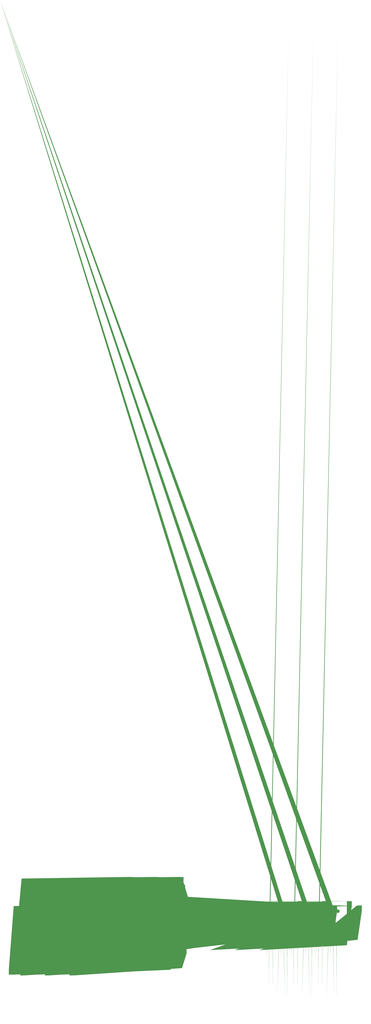
<source format=gbr>
%TF.GenerationSoftware,KiCad,Pcbnew,7.0.5-7.0.5~ubuntu20.04.1*%
%TF.CreationDate,2023-07-06T19:43:48+02:00*%
%TF.ProjectId,sao_keyboard,73616f5f-6b65-4796-926f-6172642e6b69,rev?*%
%TF.SameCoordinates,Original*%
%TF.FileFunction,Soldermask,Top*%
%TF.FilePolarity,Negative*%
%FSLAX46Y46*%
G04 Gerber Fmt 4.6, Leading zero omitted, Abs format (unit mm)*
G04 Created by KiCad (PCBNEW 7.0.5-7.0.5~ubuntu20.04.1) date 2023-07-06 19:43:48*
%MOMM*%
%LPD*%
G01*
G04 APERTURE LIST*
G04 Aperture macros list*
%AMFreePoly0*
4,1,56,1.250000,1.250000,1.250000,-7.250000,1.500000,-7.500000,2.250000,-7.500000,2.500000,-7.750000,2.500000,-13.250000,2.250000,-13.500000,-1.000000,-13.500000,-1.250000,-13.250000,-1.250000,-2.975000,-0.625000,-2.975000,-0.600000,-3.000000,-0.400000,-3.000000,-0.375000,-3.025000,-0.375000,-3.225000,-0.350000,-3.250000,0.350000,-3.250000,0.375000,-3.225000,0.375000,-3.025000,0.400000,-3.000000,
0.600000,-3.000000,0.625000,-2.975000,0.625000,-2.775000,0.600000,-2.750000,0.400000,-2.750000,0.375000,-2.775000,0.375000,-2.975000,0.350000,-3.000000,-0.350000,-3.000000,-0.375000,-2.975000,-0.375000,-1.775000,-0.350000,-1.750000,0.350000,-1.750000,0.375000,-1.775000,0.375000,-1.975000,0.400000,-2.000000,0.600000,-2.000000,0.625000,-1.975000,0.625000,-1.775000,0.600000,-1.750000,
0.400000,-1.750000,0.375000,-1.725000,0.375000,-1.525000,0.350000,-1.500000,-0.350000,-1.500000,-0.375000,-1.525000,-0.375000,-1.725000,-0.400000,-1.750000,-0.600000,-1.750000,-0.625000,-1.775000,-0.625000,-2.975000,-1.250000,-2.975000,-1.250000,1.250000,-1.000000,1.500000,1.000000,1.500000,1.250000,1.250000,1.250000,1.250000,$1*%
%AMFreePoly1*
4,1,111,1.000000,1.250000,1.000000,-6.750000,0.750000,-7.000000,-0.750000,-7.000000,-1.000000,-6.750000,-1.000000,-4.975000,-0.625000,-4.975000,-0.600000,-5.000000,-0.400000,-5.000000,-0.375000,-5.025000,-0.375000,-5.475000,-0.350000,-5.500000,-0.150000,-5.500000,-0.125000,-5.475000,-0.125000,-5.025000,-0.100000,-5.000000,0.100000,-5.000000,0.125000,-5.025000,0.125000,-5.475000,0.150000,-5.500000,
0.350000,-5.500000,0.375000,-5.475000,0.375000,-5.025000,0.400000,-5.000000,0.600000,-5.000000,0.625000,-4.975000,0.625000,-4.775000,0.600000,-4.750000,0.400000,-4.750000,0.375000,-4.725000,0.375000,-4.525000,0.400000,-4.500000,0.600000,-4.500000,0.625000,-4.475000,0.625000,-4.275000,0.600000,-4.250000,0.400000,-4.250000,0.375000,-4.225000,0.375000,-3.775000,0.350000,-3.750000,
0.150000,-3.750000,0.125000,-3.775000,0.125000,-4.225000,0.100000,-4.250000,-0.100000,-4.250000,-0.125000,-4.225000,-0.125000,-3.775000,-0.150000,-3.750000,-0.350000,-3.750000,-0.375000,-3.775000,-0.375000,-4.225000,-0.400000,-4.250000,-0.600000,-4.250000,-0.625000,-4.275000,-0.625000,-4.475000,-0.600000,-4.500000,-0.400000,-4.500000,-0.375000,-4.525000,-0.375000,-4.725000,-0.400000,-4.750000,
-0.600000,-4.750000,-0.625000,-4.775000,-0.625000,-4.975000,-1.000000,-4.975000,-1.000000,-2.975000,-0.625000,-2.975000,-0.600000,-3.000000,-0.400000,-3.000000,-0.375000,-3.025000,-0.375000,-3.225000,-0.350000,-3.250000,0.350000,-3.250000,0.375000,-3.225000,0.375000,-3.025000,0.400000,-3.000000,0.600000,-3.000000,0.625000,-2.975000,0.625000,-2.775000,0.600000,-2.750000,0.400000,-2.750000,
0.375000,-2.775000,0.375000,-2.975000,0.350000,-3.000000,-0.350000,-3.000000,-0.375000,-2.975000,-0.375000,-1.775000,-0.350000,-1.750000,0.350000,-1.750000,0.375000,-1.775000,0.375000,-1.975000,0.400000,-2.000000,0.600000,-2.000000,0.625000,-1.975000,0.625000,-1.775000,0.600000,-1.750000,0.400000,-1.750000,0.375000,-1.725000,0.375000,-1.525000,0.350000,-1.500000,-0.350000,-1.500000,
-0.375000,-1.525000,-0.375000,-1.725000,-0.400000,-1.750000,-0.600000,-1.750000,-0.625000,-1.775000,-0.625000,-2.975000,-1.000000,-2.975000,-1.000000,1.250000,-0.750000,1.500000,0.750000,1.500000,1.000000,1.250000,1.000000,1.250000,$1*%
%AMFreePoly2*
4,1,46,1.000000,1.250000,1.000000,-7.250000,1.250000,-7.500000,2.000000,-7.500000,2.250000,-7.750000,2.250000,-13.250000,2.000000,-13.500000,-2.000000,-13.500000,-2.250000,-13.250000,-2.250000,-7.750000,-2.000000,-7.500000,-1.250000,-7.500000,-1.000000,-7.250000,-1.000000,-3.225000,-0.625000,-3.225000,-0.600000,-3.250000,0.350000,-3.250000,0.375000,-3.225000,0.375000,-3.025000,0.350000,-3.000000,
-0.350000,-3.000000,-0.375000,-2.975000,0.375000,-2.975000,0.400000,-3.000000,0.600000,-3.000000,0.625000,-2.975000,0.625000,-1.775000,0.600000,-1.750000,0.400000,-1.750000,0.375000,-1.775000,0.375000,-2.975000,-0.375000,-2.975000,-0.375000,-1.775000,-0.350000,-1.750000,0.350000,-1.750000,0.375000,-1.725000,0.375000,-1.525000,0.350000,-1.500000,-0.600000,-1.500000,-0.625000,-1.525000,
-0.625000,-3.225000,-1.000000,-3.225000,-1.000000,1.250000,-0.750000,1.500000,0.750000,1.500000,1.000000,1.250000,1.000000,1.250000,$1*%
%AMFreePoly3*
4,1,97,1.000000,1.250000,1.000000,-6.750000,0.750000,-7.000000,-0.750000,-7.000000,-1.000000,-6.750000,-1.000000,-4.975000,-0.625000,-4.975000,-0.600000,-5.000000,-0.400000,-5.000000,-0.375000,-5.025000,-0.375000,-5.475000,-0.350000,-5.500000,-0.150000,-5.500000,-0.125000,-5.475000,-0.125000,-5.025000,-0.100000,-5.000000,0.100000,-5.000000,0.125000,-5.025000,0.125000,-5.475000,0.150000,-5.500000,
0.350000,-5.500000,0.375000,-5.475000,0.375000,-5.025000,0.400000,-5.000000,0.600000,-5.000000,0.625000,-4.975000,0.625000,-4.775000,0.600000,-4.750000,0.400000,-4.750000,0.375000,-4.725000,0.375000,-4.525000,0.400000,-4.500000,0.600000,-4.500000,0.625000,-4.475000,0.625000,-4.275000,0.600000,-4.250000,0.400000,-4.250000,0.375000,-4.225000,0.375000,-3.775000,0.350000,-3.750000,
0.150000,-3.750000,0.125000,-3.775000,0.125000,-4.225000,0.100000,-4.250000,-0.100000,-4.250000,-0.125000,-4.225000,-0.125000,-3.775000,-0.150000,-3.750000,-0.350000,-3.750000,-0.375000,-3.775000,-0.375000,-4.225000,-0.400000,-4.250000,-0.600000,-4.250000,-0.625000,-4.275000,-0.625000,-4.475000,-0.600000,-4.500000,-0.400000,-4.500000,-0.375000,-4.525000,-0.375000,-4.725000,-0.400000,-4.750000,
-0.600000,-4.750000,-0.625000,-4.775000,-0.625000,-4.975000,-1.000000,-4.975000,-1.000000,-3.225000,-0.625000,-3.225000,-0.600000,-3.250000,0.350000,-3.250000,0.375000,-3.225000,0.375000,-3.025000,0.350000,-3.000000,-0.350000,-3.000000,-0.375000,-2.975000,0.375000,-2.975000,0.400000,-3.000000,0.600000,-3.000000,0.625000,-2.975000,0.625000,-1.775000,0.600000,-1.750000,0.400000,-1.750000,
0.375000,-1.775000,0.375000,-2.975000,-0.375000,-2.975000,-0.375000,-1.775000,-0.350000,-1.750000,0.350000,-1.750000,0.375000,-1.725000,0.375000,-1.525000,0.350000,-1.500000,-0.600000,-1.500000,-0.625000,-1.525000,-0.625000,-3.225000,-1.000000,-3.225000,-1.000000,1.250000,-0.750000,1.500000,0.750000,1.500000,1.000000,1.250000,1.000000,1.250000,$1*%
%AMFreePoly4*
4,1,40,1.250000,1.250000,1.250000,-13.250000,1.000000,-13.500000,-2.250000,-13.500000,-2.500000,-13.250000,-2.500000,-7.750000,-2.250000,-7.500000,-1.500000,-7.500000,-1.250000,-7.250000,-1.250000,-3.225000,-0.625000,-3.225000,-0.600000,-3.250000,0.600000,-3.250000,0.625000,-3.225000,0.625000,-3.025000,0.600000,-3.000000,-0.350000,-3.000000,-0.375000,-2.975000,-0.375000,-2.525000,-0.350000,-2.500000,
0.100000,-2.500000,0.125000,-2.475000,0.125000,-2.275000,0.100000,-2.250000,-0.350000,-2.250000,-0.375000,-2.225000,-0.375000,-1.775000,-0.350000,-1.750000,0.600000,-1.750000,0.625000,-1.725000,0.625000,-1.525000,0.600000,-1.500000,-0.600000,-1.500000,-0.625000,-1.525000,-0.625000,-3.225000,-1.250000,-3.225000,-1.250000,1.250000,-1.000000,1.500000,1.000000,1.500000,1.250000,1.250000,
1.250000,1.250000,$1*%
%AMFreePoly5*
4,1,36,1.250000,1.250000,1.250000,-7.250000,1.500000,-7.500000,2.250000,-7.500000,2.500000,-7.750000,2.500000,-13.250000,2.250000,-13.500000,-1.000000,-13.500000,-1.250000,-13.250000,-1.250000,-3.225000,-0.625000,-3.225000,-0.600000,-3.250000,-0.400000,-3.250000,-0.375000,-3.225000,-0.375000,-2.525000,-0.350000,-2.500000,0.100000,-2.500000,0.125000,-2.475000,0.125000,-2.275000,0.100000,-2.250000,
-0.350000,-2.250000,-0.375000,-2.225000,-0.375000,-1.775000,-0.350000,-1.750000,0.600000,-1.750000,0.625000,-1.725000,0.625000,-1.525000,0.600000,-1.500000,-0.600000,-1.500000,-0.625000,-1.525000,-0.625000,-3.225000,-1.250000,-3.225000,-1.250000,1.250000,-1.000000,1.500000,1.000000,1.500000,1.250000,1.250000,1.250000,1.250000,$1*%
%AMFreePoly6*
4,1,91,1.000000,1.250000,1.000000,-6.750000,0.750000,-7.000000,-0.750000,-7.000000,-1.000000,-6.750000,-1.000000,-4.975000,-0.625000,-4.975000,-0.600000,-5.000000,-0.400000,-5.000000,-0.375000,-5.025000,-0.375000,-5.475000,-0.350000,-5.500000,-0.150000,-5.500000,-0.125000,-5.475000,-0.125000,-5.025000,-0.100000,-5.000000,0.100000,-5.000000,0.125000,-5.025000,0.125000,-5.475000,0.150000,-5.500000,
0.350000,-5.500000,0.375000,-5.475000,0.375000,-5.025000,0.400000,-5.000000,0.600000,-5.000000,0.625000,-4.975000,0.625000,-4.775000,0.600000,-4.750000,0.400000,-4.750000,0.375000,-4.725000,0.375000,-4.525000,0.400000,-4.500000,0.600000,-4.500000,0.625000,-4.475000,0.625000,-4.275000,0.600000,-4.250000,0.400000,-4.250000,0.375000,-4.225000,0.375000,-3.775000,0.350000,-3.750000,
0.150000,-3.750000,0.125000,-3.775000,0.125000,-4.225000,0.100000,-4.250000,-0.100000,-4.250000,-0.125000,-4.225000,-0.125000,-3.775000,-0.150000,-3.750000,-0.350000,-3.750000,-0.375000,-3.775000,-0.375000,-4.225000,-0.400000,-4.250000,-0.600000,-4.250000,-0.625000,-4.275000,-0.625000,-4.475000,-0.600000,-4.500000,-0.400000,-4.500000,-0.375000,-4.525000,-0.375000,-4.725000,-0.400000,-4.750000,
-0.600000,-4.750000,-0.625000,-4.775000,-0.625000,-4.975000,-1.000000,-4.975000,-1.000000,-3.225000,-0.625000,-3.225000,-0.600000,-3.250000,-0.400000,-3.250000,-0.375000,-3.225000,-0.375000,-2.525000,-0.350000,-2.500000,0.100000,-2.500000,0.125000,-2.475000,0.125000,-2.275000,0.100000,-2.250000,-0.350000,-2.250000,-0.375000,-2.225000,-0.375000,-1.775000,-0.350000,-1.750000,0.600000,-1.750000,
0.625000,-1.725000,0.625000,-1.525000,0.600000,-1.500000,-0.600000,-1.500000,-0.625000,-1.525000,-0.625000,-3.225000,-1.000000,-3.225000,-1.000000,1.250000,-0.750000,1.500000,0.750000,1.500000,1.000000,1.250000,1.000000,1.250000,$1*%
%AMFreePoly7*
4,1,56,1.000000,1.250000,1.000000,-7.250000,1.250000,-7.500000,2.000000,-7.500000,2.250000,-7.750000,2.250000,-13.250000,2.000000,-13.500000,-2.000000,-13.500000,-2.250000,-13.250000,-2.250000,-7.750000,-2.000000,-7.500000,-1.250000,-7.500000,-1.000000,-7.250000,-1.000000,-2.975000,-0.625000,-2.975000,-0.600000,-3.000000,-0.400000,-3.000000,-0.375000,-3.025000,-0.375000,-3.225000,-0.350000,-3.250000,
0.350000,-3.250000,0.375000,-3.225000,0.375000,-3.025000,0.400000,-3.000000,0.600000,-3.000000,0.625000,-2.975000,0.625000,-2.275000,0.600000,-2.250000,0.150000,-2.250000,0.125000,-2.275000,0.125000,-2.475000,0.150000,-2.500000,0.350000,-2.500000,0.375000,-2.525000,0.375000,-2.975000,0.350000,-3.000000,-0.350000,-3.000000,-0.375000,-2.975000,-0.375000,-1.775000,-0.350000,-1.750000,
0.600000,-1.750000,0.625000,-1.725000,0.625000,-1.525000,0.600000,-1.500000,-0.350000,-1.500000,-0.375000,-1.525000,-0.375000,-1.725000,-0.400000,-1.750000,-0.600000,-1.750000,-0.625000,-1.775000,-0.625000,-2.975000,-1.000000,-2.975000,-1.000000,1.250000,-0.750000,1.500000,0.750000,1.500000,1.000000,1.250000,1.000000,1.250000,$1*%
%AMFreePoly8*
4,1,107,1.000000,1.250000,1.000000,-6.750000,0.750000,-7.000000,-0.750000,-7.000000,-1.000000,-6.750000,-1.000000,-4.975000,-0.625000,-4.975000,-0.600000,-5.000000,-0.400000,-5.000000,-0.375000,-5.025000,-0.375000,-5.475000,-0.350000,-5.500000,-0.150000,-5.500000,-0.125000,-5.475000,-0.125000,-5.025000,-0.100000,-5.000000,0.100000,-5.000000,0.125000,-5.025000,0.125000,-5.475000,0.150000,-5.500000,
0.350000,-5.500000,0.375000,-5.475000,0.375000,-5.025000,0.400000,-5.000000,0.600000,-5.000000,0.625000,-4.975000,0.625000,-4.775000,0.600000,-4.750000,0.400000,-4.750000,0.375000,-4.725000,0.375000,-4.525000,0.400000,-4.500000,0.600000,-4.500000,0.625000,-4.475000,0.625000,-4.275000,0.600000,-4.250000,0.400000,-4.250000,0.375000,-4.225000,0.375000,-3.775000,0.350000,-3.750000,
0.150000,-3.750000,0.125000,-3.775000,0.125000,-4.225000,0.100000,-4.250000,-0.100000,-4.250000,-0.125000,-4.225000,-0.125000,-3.775000,-0.150000,-3.750000,-0.350000,-3.750000,-0.375000,-3.775000,-0.375000,-4.225000,-0.400000,-4.250000,-0.600000,-4.250000,-0.625000,-4.275000,-0.625000,-4.475000,-0.600000,-4.500000,-0.400000,-4.500000,-0.375000,-4.525000,-0.375000,-4.725000,-0.400000,-4.750000,
-0.600000,-4.750000,-0.625000,-4.775000,-0.625000,-4.975000,-1.000000,-4.975000,-1.000000,-2.975000,-0.625000,-2.975000,-0.600000,-3.000000,-0.400000,-3.000000,-0.375000,-3.025000,-0.375000,-3.225000,-0.350000,-3.250000,0.350000,-3.250000,0.375000,-3.225000,0.375000,-3.025000,0.400000,-3.000000,0.600000,-3.000000,0.625000,-2.975000,0.625000,-2.275000,0.600000,-2.250000,0.150000,-2.250000,
0.125000,-2.275000,0.125000,-2.475000,0.150000,-2.500000,0.350000,-2.500000,0.375000,-2.525000,0.375000,-2.975000,0.350000,-3.000000,-0.350000,-3.000000,-0.375000,-2.975000,-0.375000,-1.775000,-0.350000,-1.750000,0.600000,-1.750000,0.625000,-1.725000,0.625000,-1.525000,0.600000,-1.500000,-0.350000,-1.500000,-0.375000,-1.525000,-0.375000,-1.725000,-0.400000,-1.750000,-0.600000,-1.750000,
-0.625000,-1.775000,-0.625000,-2.975000,-1.000000,-2.975000,-1.000000,1.250000,-0.750000,1.500000,0.750000,1.500000,1.000000,1.250000,1.000000,1.250000,$1*%
%AMFreePoly9*
4,1,55,1.000000,1.250000,1.000000,-7.250000,1.250000,-7.500000,2.000000,-7.500000,2.250000,-7.750000,2.250000,-13.250000,2.000000,-13.500000,-2.000000,-13.500000,-2.250000,-13.250000,-2.250000,-7.750000,-2.000000,-7.500000,-1.250000,-7.500000,-1.000000,-7.250000,-1.000000,-3.225000,-0.625000,-3.225000,-0.600000,-3.250000,-0.400000,-3.250000,-0.375000,-3.225000,-0.375000,-2.525000,-0.350000,-2.500000,
0.350000,-2.500000,0.375000,-2.525000,0.375000,-3.225000,0.400000,-3.250000,0.600000,-3.250000,0.625000,-3.225000,0.625000,-1.775000,0.600000,-1.750000,0.400000,-1.750000,0.375000,-1.775000,0.375000,-2.225000,0.350000,-2.250000,-0.350000,-2.250000,-0.375000,-2.225000,-0.375000,-1.775000,-0.400000,-1.750000,-0.600000,-1.750000,-0.625000,-1.775000,-0.625000,-3.225000,-1.000000,-3.225000,
-1.000000,-1.725000,-0.375000,-1.725000,-0.350000,-1.750000,0.350000,-1.750000,0.375000,-1.725000,0.375000,-1.525000,0.350000,-1.500000,-0.350000,-1.500000,-0.375000,-1.525000,-0.375000,-1.725000,-1.000000,-1.725000,-1.000000,1.250000,-0.750000,1.500000,0.750000,1.500000,1.000000,1.250000,1.000000,1.250000,$1*%
%AMFreePoly10*
4,1,106,1.000000,1.250000,1.000000,-6.750000,0.750000,-7.000000,-0.750000,-7.000000,-1.000000,-6.750000,-1.000000,-4.975000,-0.625000,-4.975000,-0.600000,-5.000000,-0.400000,-5.000000,-0.375000,-5.025000,-0.375000,-5.475000,-0.350000,-5.500000,-0.150000,-5.500000,-0.125000,-5.475000,-0.125000,-5.025000,-0.100000,-5.000000,0.100000,-5.000000,0.125000,-5.025000,0.125000,-5.475000,0.150000,-5.500000,
0.350000,-5.500000,0.375000,-5.475000,0.375000,-5.025000,0.400000,-5.000000,0.600000,-5.000000,0.625000,-4.975000,0.625000,-4.775000,0.600000,-4.750000,0.400000,-4.750000,0.375000,-4.725000,0.375000,-4.525000,0.400000,-4.500000,0.600000,-4.500000,0.625000,-4.475000,0.625000,-4.275000,0.600000,-4.250000,0.400000,-4.250000,0.375000,-4.225000,0.375000,-3.775000,0.350000,-3.750000,
0.150000,-3.750000,0.125000,-3.775000,0.125000,-4.225000,0.100000,-4.250000,-0.100000,-4.250000,-0.125000,-4.225000,-0.125000,-3.775000,-0.150000,-3.750000,-0.350000,-3.750000,-0.375000,-3.775000,-0.375000,-4.225000,-0.400000,-4.250000,-0.600000,-4.250000,-0.625000,-4.275000,-0.625000,-4.475000,-0.600000,-4.500000,-0.400000,-4.500000,-0.375000,-4.525000,-0.375000,-4.725000,-0.400000,-4.750000,
-0.600000,-4.750000,-0.625000,-4.775000,-0.625000,-4.975000,-1.000000,-4.975000,-1.000000,-3.225000,-0.625000,-3.225000,-0.600000,-3.250000,-0.400000,-3.250000,-0.375000,-3.225000,-0.375000,-2.525000,-0.350000,-2.500000,0.350000,-2.500000,0.375000,-2.525000,0.375000,-3.225000,0.400000,-3.250000,0.600000,-3.250000,0.625000,-3.225000,0.625000,-1.775000,0.600000,-1.750000,0.400000,-1.750000,
0.375000,-1.775000,0.375000,-2.225000,0.350000,-2.250000,-0.350000,-2.250000,-0.375000,-2.225000,-0.375000,-1.775000,-0.400000,-1.750000,-0.600000,-1.750000,-0.625000,-1.775000,-0.625000,-3.225000,-1.000000,-3.225000,-1.000000,-1.725000,-0.375000,-1.725000,-0.350000,-1.750000,0.350000,-1.750000,0.375000,-1.725000,0.375000,-1.525000,0.350000,-1.500000,-0.350000,-1.500000,-0.375000,-1.525000,
-0.375000,-1.725000,-1.000000,-1.725000,-1.000000,1.250000,-0.750000,1.500000,0.750000,1.500000,1.000000,1.250000,1.000000,1.250000,$1*%
%AMFreePoly11*
4,1,60,1.250000,1.250000,1.250000,-13.250000,1.000000,-13.500000,-2.250000,-13.500000,-2.500000,-13.250000,-2.500000,-7.750000,-2.250000,-7.500000,-1.500000,-7.500000,-1.250000,-7.250000,-1.250000,-3.225000,-0.625000,-3.225000,-0.600000,-3.250000,0.350000,-3.250000,0.375000,-3.225000,0.375000,-3.025000,0.350000,-3.000000,-0.350000,-3.000000,-0.375000,-2.975000,0.375000,-2.975000,0.400000,-3.000000,
0.600000,-3.000000,0.625000,-2.975000,0.625000,-2.525000,0.600000,-2.500000,0.400000,-2.500000,0.375000,-2.525000,0.375000,-2.975000,-0.375000,-2.975000,-0.375000,-2.525000,-0.350000,-2.500000,0.350000,-2.500000,0.375000,-2.475000,0.375000,-2.275000,0.350000,-2.250000,-0.350000,-2.250000,-0.375000,-2.225000,0.375000,-2.225000,0.400000,-2.250000,0.600000,-2.250000,0.625000,-2.225000,
0.625000,-1.775000,0.600000,-1.750000,0.400000,-1.750000,0.375000,-1.775000,0.375000,-2.225000,-0.375000,-2.225000,-0.375000,-1.775000,-0.350000,-1.750000,0.350000,-1.750000,0.375000,-1.725000,0.375000,-1.525000,0.350000,-1.500000,-0.600000,-1.500000,-0.625000,-1.525000,-0.625000,-3.225000,-1.250000,-3.225000,-1.250000,1.250000,-1.000000,1.500000,1.000000,1.500000,1.250000,1.250000,
1.250000,1.250000,$1*%
G04 Aperture macros list end*
%ADD10R,1.700000X1.700000*%
%ADD11O,1.700000X1.700000*%
%ADD12FreePoly0,0.000000*%
%ADD13FreePoly1,0.000000*%
%ADD14FreePoly2,0.000000*%
%ADD15FreePoly3,0.000000*%
%ADD16FreePoly4,0.000000*%
%ADD17FreePoly5,0.000000*%
%ADD18FreePoly6,0.000000*%
%ADD19FreePoly7,0.000000*%
%ADD20FreePoly8,0.000000*%
%ADD21FreePoly9,0.000000*%
%ADD22FreePoly10,0.000000*%
%ADD23FreePoly11,0.000000*%
%ADD24R,1.500000X0.900000*%
%ADD25C,0.700000*%
%ADD26C,4.400000*%
G04 APERTURE END LIST*
%TO.C,J2*%
G36*
X131625000Y-89775000D02*
G01*
X131625000Y-90975000D01*
X131600000Y-91000000D01*
X131400000Y-91000000D01*
X131375000Y-90975000D01*
X131375000Y-89775000D01*
X131400000Y-89750000D01*
X131600000Y-89750000D01*
X131625000Y-89775000D01*
G37*
G36*
X134125000Y-89775000D02*
G01*
X134125000Y-90975000D01*
X134100000Y-91000000D01*
X133900000Y-91000000D01*
X133875000Y-90975000D01*
X133875000Y-89775000D01*
X133900000Y-89750000D01*
X134100000Y-89750000D01*
X134125000Y-89775000D01*
G37*
G36*
X149875000Y-89525000D02*
G01*
X149875000Y-89725000D01*
X149850000Y-89750000D01*
X149150000Y-89750000D01*
X149125000Y-89725000D01*
X149125000Y-89525000D01*
X149150000Y-89500000D01*
X149850000Y-89500000D01*
X149875000Y-89525000D01*
G37*
G36*
X152375000Y-89525000D02*
G01*
X152375000Y-89725000D01*
X152350000Y-89750000D01*
X151650000Y-89750000D01*
X151625000Y-89725000D01*
X151625000Y-89525000D01*
X151650000Y-89500000D01*
X152350000Y-89500000D01*
X152375000Y-89525000D01*
G37*
G36*
X155375000Y-89775000D02*
G01*
X155375000Y-90225000D01*
X155350000Y-90250000D01*
X155150000Y-90250000D01*
X155125000Y-90225000D01*
X155125000Y-89775000D01*
X155150000Y-89750000D01*
X155350000Y-89750000D01*
X155375000Y-89775000D01*
G37*
G36*
X155375000Y-90525000D02*
G01*
X155375000Y-90975000D01*
X155350000Y-91000000D01*
X155150000Y-91000000D01*
X155125000Y-90975000D01*
X155125000Y-90525000D01*
X155150000Y-90500000D01*
X155350000Y-90500000D01*
X155375000Y-90525000D01*
G37*
G36*
X131375000Y-89525000D02*
G01*
X131375000Y-89725000D01*
X131350000Y-89750000D01*
X130650000Y-89750000D01*
X130625000Y-89775000D01*
X130625000Y-90975000D01*
X130650000Y-91000000D01*
X131350000Y-91000000D01*
X131375000Y-91025000D01*
X131375000Y-91225000D01*
X131350000Y-91250000D01*
X130400000Y-91250000D01*
X130375000Y-91225000D01*
X130375000Y-89525000D01*
X130400000Y-89500000D01*
X131350000Y-89500000D01*
X131375000Y-89525000D01*
G37*
G36*
X133875000Y-89525000D02*
G01*
X133875000Y-89725000D01*
X133850000Y-89750000D01*
X133150000Y-89750000D01*
X133125000Y-89775000D01*
X133125000Y-90975000D01*
X133150000Y-91000000D01*
X133850000Y-91000000D01*
X133875000Y-91025000D01*
X133875000Y-91225000D01*
X133850000Y-91250000D01*
X132900000Y-91250000D01*
X132875000Y-91225000D01*
X132875000Y-89525000D01*
X132900000Y-89500000D01*
X133850000Y-89500000D01*
X133875000Y-89525000D01*
G37*
G36*
X139875000Y-89525000D02*
G01*
X139875000Y-89725000D01*
X139850000Y-89750000D01*
X138900000Y-89750000D01*
X138875000Y-89775000D01*
X138875000Y-90225000D01*
X138900000Y-90250000D01*
X139350000Y-90250000D01*
X139375000Y-90275000D01*
X139375000Y-90475000D01*
X139350000Y-90500000D01*
X138900000Y-90500000D01*
X138875000Y-90525000D01*
X138875000Y-90975000D01*
X138875000Y-91225000D01*
X138850000Y-91250000D01*
X138650000Y-91250000D01*
X138625000Y-91225000D01*
X138625000Y-89525000D01*
X138650000Y-89500000D01*
X139850000Y-89500000D01*
X139875000Y-89525000D01*
G37*
G36*
X142625000Y-89525000D02*
G01*
X142625000Y-89725000D01*
X142600000Y-89750000D01*
X141650000Y-89750000D01*
X141625000Y-89775000D01*
X141625000Y-90225000D01*
X141650000Y-90250000D01*
X142100000Y-90250000D01*
X142125000Y-90275000D01*
X142125000Y-90475000D01*
X142100000Y-90500000D01*
X141650000Y-90500000D01*
X141625000Y-90525000D01*
X141625000Y-90975000D01*
X141625000Y-91225000D01*
X141600000Y-91250000D01*
X141400000Y-91250000D01*
X141375000Y-91225000D01*
X141375000Y-89525000D01*
X141400000Y-89500000D01*
X142600000Y-89500000D01*
X142625000Y-89525000D01*
G37*
G36*
X136875000Y-89525000D02*
G01*
X136875000Y-89725000D01*
X136850000Y-89750000D01*
X135900000Y-89750000D01*
X135875000Y-89775000D01*
X135875000Y-90225000D01*
X135900000Y-90250000D01*
X136350000Y-90250000D01*
X136375000Y-90275000D01*
X136375000Y-90475000D01*
X136350000Y-90500000D01*
X135900000Y-90500000D01*
X135875000Y-90525000D01*
X135875000Y-90975000D01*
X135900000Y-91000000D01*
X136850000Y-91000000D01*
X136875000Y-91025000D01*
X136875000Y-91225000D01*
X136850000Y-91250000D01*
X135650000Y-91250000D01*
X135625000Y-91225000D01*
X135625000Y-89525000D01*
X135650000Y-89500000D01*
X136850000Y-89500000D01*
X136875000Y-89525000D01*
G37*
G36*
X149125000Y-89775000D02*
G01*
X149125000Y-90225000D01*
X149150000Y-90250000D01*
X149850000Y-90250000D01*
X149875000Y-90225000D01*
X149875000Y-89775000D01*
X149900000Y-89750000D01*
X150100000Y-89750000D01*
X150125000Y-89775000D01*
X150125000Y-91225000D01*
X150100000Y-91250000D01*
X149900000Y-91250000D01*
X149875000Y-91225000D01*
X149875000Y-90525000D01*
X149850000Y-90500000D01*
X149150000Y-90500000D01*
X149125000Y-90525000D01*
X149125000Y-91225000D01*
X149100000Y-91250000D01*
X148900000Y-91250000D01*
X148875000Y-91225000D01*
X148875000Y-89775000D01*
X148900000Y-89750000D01*
X149100000Y-89750000D01*
X149125000Y-89775000D01*
G37*
G36*
X151625000Y-89775000D02*
G01*
X151625000Y-90225000D01*
X151650000Y-90250000D01*
X152350000Y-90250000D01*
X152375000Y-90225000D01*
X152375000Y-89775000D01*
X152400000Y-89750000D01*
X152600000Y-89750000D01*
X152625000Y-89775000D01*
X152625000Y-91225000D01*
X152600000Y-91250000D01*
X152400000Y-91250000D01*
X152375000Y-91225000D01*
X152375000Y-90525000D01*
X152350000Y-90500000D01*
X151650000Y-90500000D01*
X151625000Y-90525000D01*
X151625000Y-91225000D01*
X151600000Y-91250000D01*
X151400000Y-91250000D01*
X151375000Y-91225000D01*
X151375000Y-89775000D01*
X151400000Y-89750000D01*
X151600000Y-89750000D01*
X151625000Y-89775000D01*
G37*
G36*
X155125000Y-89525000D02*
G01*
X155125000Y-89725000D01*
X155100000Y-89750000D01*
X154400000Y-89750000D01*
X154375000Y-89775000D01*
X154375000Y-90225000D01*
X154400000Y-90250000D01*
X155100000Y-90250000D01*
X155125000Y-90275000D01*
X155125000Y-90475000D01*
X155100000Y-90500000D01*
X154400000Y-90500000D01*
X154375000Y-90525000D01*
X154375000Y-90975000D01*
X154400000Y-91000000D01*
X155100000Y-91000000D01*
X155125000Y-91025000D01*
X155125000Y-91225000D01*
X155100000Y-91250000D01*
X154150000Y-91250000D01*
X154125000Y-91225000D01*
X154125000Y-89525000D01*
X154150000Y-89500000D01*
X155100000Y-89500000D01*
X155125000Y-89525000D01*
G37*
G36*
X145125000Y-89525000D02*
G01*
X145125000Y-89725000D01*
X145100000Y-89750000D01*
X144150000Y-89750000D01*
X144125000Y-89775000D01*
X144125000Y-90975000D01*
X144150000Y-91000000D01*
X144850000Y-91000000D01*
X144875000Y-90975000D01*
X144875000Y-90525000D01*
X144850000Y-90500000D01*
X144650000Y-90500000D01*
X144625000Y-90475000D01*
X144625000Y-90275000D01*
X144650000Y-90250000D01*
X145100000Y-90250000D01*
X145125000Y-90275000D01*
X145125000Y-90975000D01*
X145100000Y-91000000D01*
X144900000Y-91000000D01*
X144875000Y-91025000D01*
X144875000Y-91225000D01*
X144850000Y-91250000D01*
X144150000Y-91250000D01*
X144125000Y-91225000D01*
X144125000Y-91025000D01*
X144100000Y-91000000D01*
X143900000Y-91000000D01*
X143875000Y-90975000D01*
X143875000Y-89775000D01*
X143900000Y-89750000D01*
X144100000Y-89750000D01*
X144125000Y-89725000D01*
X144125000Y-89525000D01*
X144150000Y-89500000D01*
X145100000Y-89500000D01*
X145125000Y-89525000D01*
G37*
G36*
X147625000Y-89525000D02*
G01*
X147625000Y-89725000D01*
X147600000Y-89750000D01*
X146650000Y-89750000D01*
X146625000Y-89775000D01*
X146625000Y-90975000D01*
X146650000Y-91000000D01*
X147350000Y-91000000D01*
X147375000Y-90975000D01*
X147375000Y-90525000D01*
X147350000Y-90500000D01*
X147150000Y-90500000D01*
X147125000Y-90475000D01*
X147125000Y-90275000D01*
X147150000Y-90250000D01*
X147600000Y-90250000D01*
X147625000Y-90275000D01*
X147625000Y-90975000D01*
X147600000Y-91000000D01*
X147400000Y-91000000D01*
X147375000Y-91025000D01*
X147375000Y-91225000D01*
X147350000Y-91250000D01*
X146650000Y-91250000D01*
X146625000Y-91225000D01*
X146625000Y-91025000D01*
X146600000Y-91000000D01*
X146400000Y-91000000D01*
X146375000Y-90975000D01*
X146375000Y-89775000D01*
X146400000Y-89750000D01*
X146600000Y-89750000D01*
X146625000Y-89725000D01*
X146625000Y-89525000D01*
X146650000Y-89500000D01*
X147600000Y-89500000D01*
X147625000Y-89525000D01*
G37*
G36*
X126125000Y-89525000D02*
G01*
X126125000Y-89725000D01*
X126150000Y-89750000D01*
X126350000Y-89750000D01*
X126375000Y-89775000D01*
X126375000Y-89975000D01*
X126350000Y-90000000D01*
X126150000Y-90000000D01*
X126125000Y-89975000D01*
X126125000Y-89775000D01*
X126100000Y-89750000D01*
X125400000Y-89750000D01*
X125375000Y-89775000D01*
X125375000Y-90975000D01*
X125400000Y-91000000D01*
X126100000Y-91000000D01*
X126125000Y-90975000D01*
X126125000Y-90775000D01*
X126150000Y-90750000D01*
X126350000Y-90750000D01*
X126375000Y-90775000D01*
X126375000Y-90975000D01*
X126350000Y-91000000D01*
X126150000Y-91000000D01*
X126125000Y-91025000D01*
X126125000Y-91225000D01*
X126100000Y-91250000D01*
X125400000Y-91250000D01*
X125375000Y-91225000D01*
X125375000Y-91025000D01*
X125350000Y-91000000D01*
X125150000Y-91000000D01*
X125125000Y-90975000D01*
X125125000Y-89775000D01*
X125150000Y-89750000D01*
X125350000Y-89750000D01*
X125375000Y-89725000D01*
X125375000Y-89525000D01*
X125400000Y-89500000D01*
X126100000Y-89500000D01*
X126125000Y-89525000D01*
G37*
G36*
X128875000Y-89525000D02*
G01*
X128875000Y-89725000D01*
X128900000Y-89750000D01*
X129100000Y-89750000D01*
X129125000Y-89775000D01*
X129125000Y-89975000D01*
X129100000Y-90000000D01*
X128900000Y-90000000D01*
X128875000Y-89975000D01*
X128875000Y-89775000D01*
X128850000Y-89750000D01*
X128150000Y-89750000D01*
X128125000Y-89775000D01*
X128125000Y-90975000D01*
X128150000Y-91000000D01*
X128850000Y-91000000D01*
X128875000Y-90975000D01*
X128875000Y-90775000D01*
X128900000Y-90750000D01*
X129100000Y-90750000D01*
X129125000Y-90775000D01*
X129125000Y-90975000D01*
X129100000Y-91000000D01*
X128900000Y-91000000D01*
X128875000Y-91025000D01*
X128875000Y-91225000D01*
X128850000Y-91250000D01*
X128150000Y-91250000D01*
X128125000Y-91225000D01*
X128125000Y-91025000D01*
X128100000Y-91000000D01*
X127900000Y-91000000D01*
X127875000Y-90975000D01*
X127875000Y-89775000D01*
X127900000Y-89750000D01*
X128100000Y-89750000D01*
X128125000Y-89725000D01*
X128125000Y-89525000D01*
X128150000Y-89500000D01*
X128850000Y-89500000D01*
X128875000Y-89525000D01*
G37*
G36*
X128375000Y-91775000D02*
G01*
X128375000Y-92225000D01*
X128400000Y-92250000D01*
X128600000Y-92250000D01*
X128625000Y-92225000D01*
X128625000Y-91775000D01*
X128650000Y-91750000D01*
X128850000Y-91750000D01*
X128875000Y-91775000D01*
X128875000Y-92225000D01*
X128900000Y-92250000D01*
X129100000Y-92250000D01*
X129125000Y-92275000D01*
X129125000Y-92475000D01*
X129100000Y-92500000D01*
X128900000Y-92500000D01*
X128875000Y-92525000D01*
X128875000Y-92725000D01*
X128900000Y-92750000D01*
X129100000Y-92750000D01*
X129125000Y-92775000D01*
X129125000Y-92975000D01*
X129100000Y-93000000D01*
X128900000Y-93000000D01*
X128875000Y-93025000D01*
X128875000Y-93475000D01*
X128850000Y-93500000D01*
X128650000Y-93500000D01*
X128625000Y-93475000D01*
X128625000Y-93025000D01*
X128600000Y-93000000D01*
X128400000Y-93000000D01*
X128375000Y-93025000D01*
X128375000Y-93475000D01*
X128350000Y-93500000D01*
X128150000Y-93500000D01*
X128125000Y-93475000D01*
X128125000Y-93025000D01*
X128100000Y-93000000D01*
X127900000Y-93000000D01*
X127875000Y-92975000D01*
X127875000Y-92775000D01*
X127900000Y-92750000D01*
X128100000Y-92750000D01*
X128125000Y-92725000D01*
X128125000Y-92525000D01*
X128100000Y-92500000D01*
X127900000Y-92500000D01*
X127875000Y-92475000D01*
X127875000Y-92275000D01*
X127900000Y-92250000D01*
X128100000Y-92250000D01*
X128125000Y-92225000D01*
X128125000Y-91775000D01*
X128150000Y-91750000D01*
X128350000Y-91750000D01*
X128375000Y-91775000D01*
G37*
G36*
X133375000Y-91775000D02*
G01*
X133375000Y-92225000D01*
X133400000Y-92250000D01*
X133600000Y-92250000D01*
X133625000Y-92225000D01*
X133625000Y-91775000D01*
X133650000Y-91750000D01*
X133850000Y-91750000D01*
X133875000Y-91775000D01*
X133875000Y-92225000D01*
X133900000Y-92250000D01*
X134100000Y-92250000D01*
X134125000Y-92275000D01*
X134125000Y-92475000D01*
X134100000Y-92500000D01*
X133900000Y-92500000D01*
X133875000Y-92525000D01*
X133875000Y-92725000D01*
X133900000Y-92750000D01*
X134100000Y-92750000D01*
X134125000Y-92775000D01*
X134125000Y-92975000D01*
X134100000Y-93000000D01*
X133900000Y-93000000D01*
X133875000Y-93025000D01*
X133875000Y-93475000D01*
X133850000Y-93500000D01*
X133650000Y-93500000D01*
X133625000Y-93475000D01*
X133625000Y-93025000D01*
X133600000Y-93000000D01*
X133400000Y-93000000D01*
X133375000Y-93025000D01*
X133375000Y-93475000D01*
X133350000Y-93500000D01*
X133150000Y-93500000D01*
X133125000Y-93475000D01*
X133125000Y-93025000D01*
X133100000Y-93000000D01*
X132900000Y-93000000D01*
X132875000Y-92975000D01*
X132875000Y-92775000D01*
X132900000Y-92750000D01*
X133100000Y-92750000D01*
X133125000Y-92725000D01*
X133125000Y-92525000D01*
X133100000Y-92500000D01*
X132900000Y-92500000D01*
X132875000Y-92475000D01*
X132875000Y-92275000D01*
X132900000Y-92250000D01*
X133100000Y-92250000D01*
X133125000Y-92225000D01*
X133125000Y-91775000D01*
X133150000Y-91750000D01*
X133350000Y-91750000D01*
X133375000Y-91775000D01*
G37*
G36*
X141875000Y-91775000D02*
G01*
X141875000Y-92225000D01*
X141900000Y-92250000D01*
X142100000Y-92250000D01*
X142125000Y-92225000D01*
X142125000Y-91775000D01*
X142150000Y-91750000D01*
X142350000Y-91750000D01*
X142375000Y-91775000D01*
X142375000Y-92225000D01*
X142400000Y-92250000D01*
X142600000Y-92250000D01*
X142625000Y-92275000D01*
X142625000Y-92475000D01*
X142600000Y-92500000D01*
X142400000Y-92500000D01*
X142375000Y-92525000D01*
X142375000Y-92725000D01*
X142400000Y-92750000D01*
X142600000Y-92750000D01*
X142625000Y-92775000D01*
X142625000Y-92975000D01*
X142600000Y-93000000D01*
X142400000Y-93000000D01*
X142375000Y-93025000D01*
X142375000Y-93475000D01*
X142350000Y-93500000D01*
X142150000Y-93500000D01*
X142125000Y-93475000D01*
X142125000Y-93025000D01*
X142100000Y-93000000D01*
X141900000Y-93000000D01*
X141875000Y-93025000D01*
X141875000Y-93475000D01*
X141850000Y-93500000D01*
X141650000Y-93500000D01*
X141625000Y-93475000D01*
X141625000Y-93025000D01*
X141600000Y-93000000D01*
X141400000Y-93000000D01*
X141375000Y-92975000D01*
X141375000Y-92775000D01*
X141400000Y-92750000D01*
X141600000Y-92750000D01*
X141625000Y-92725000D01*
X141625000Y-92525000D01*
X141600000Y-92500000D01*
X141400000Y-92500000D01*
X141375000Y-92475000D01*
X141375000Y-92275000D01*
X141400000Y-92250000D01*
X141600000Y-92250000D01*
X141625000Y-92225000D01*
X141625000Y-91775000D01*
X141650000Y-91750000D01*
X141850000Y-91750000D01*
X141875000Y-91775000D01*
G37*
G36*
X146875000Y-91775000D02*
G01*
X146875000Y-92225000D01*
X146900000Y-92250000D01*
X147100000Y-92250000D01*
X147125000Y-92225000D01*
X147125000Y-91775000D01*
X147150000Y-91750000D01*
X147350000Y-91750000D01*
X147375000Y-91775000D01*
X147375000Y-92225000D01*
X147400000Y-92250000D01*
X147600000Y-92250000D01*
X147625000Y-92275000D01*
X147625000Y-92475000D01*
X147600000Y-92500000D01*
X147400000Y-92500000D01*
X147375000Y-92525000D01*
X147375000Y-92725000D01*
X147400000Y-92750000D01*
X147600000Y-92750000D01*
X147625000Y-92775000D01*
X147625000Y-92975000D01*
X147600000Y-93000000D01*
X147400000Y-93000000D01*
X147375000Y-93025000D01*
X147375000Y-93475000D01*
X147350000Y-93500000D01*
X147150000Y-93500000D01*
X147125000Y-93475000D01*
X147125000Y-93025000D01*
X147100000Y-93000000D01*
X146900000Y-93000000D01*
X146875000Y-93025000D01*
X146875000Y-93475000D01*
X146850000Y-93500000D01*
X146650000Y-93500000D01*
X146625000Y-93475000D01*
X146625000Y-93025000D01*
X146600000Y-93000000D01*
X146400000Y-93000000D01*
X146375000Y-92975000D01*
X146375000Y-92775000D01*
X146400000Y-92750000D01*
X146600000Y-92750000D01*
X146625000Y-92725000D01*
X146625000Y-92525000D01*
X146600000Y-92500000D01*
X146400000Y-92500000D01*
X146375000Y-92475000D01*
X146375000Y-92275000D01*
X146400000Y-92250000D01*
X146600000Y-92250000D01*
X146625000Y-92225000D01*
X146625000Y-91775000D01*
X146650000Y-91750000D01*
X146850000Y-91750000D01*
X146875000Y-91775000D01*
G37*
G36*
X151875000Y-91775000D02*
G01*
X151875000Y-92225000D01*
X151900000Y-92250000D01*
X152100000Y-92250000D01*
X152125000Y-92225000D01*
X152125000Y-91775000D01*
X152150000Y-91750000D01*
X152350000Y-91750000D01*
X152375000Y-91775000D01*
X152375000Y-92225000D01*
X152400000Y-92250000D01*
X152600000Y-92250000D01*
X152625000Y-92275000D01*
X152625000Y-92475000D01*
X152600000Y-92500000D01*
X152400000Y-92500000D01*
X152375000Y-92525000D01*
X152375000Y-92725000D01*
X152400000Y-92750000D01*
X152600000Y-92750000D01*
X152625000Y-92775000D01*
X152625000Y-92975000D01*
X152600000Y-93000000D01*
X152400000Y-93000000D01*
X152375000Y-93025000D01*
X152375000Y-93475000D01*
X152350000Y-93500000D01*
X152150000Y-93500000D01*
X152125000Y-93475000D01*
X152125000Y-93025000D01*
X152100000Y-93000000D01*
X151900000Y-93000000D01*
X151875000Y-93025000D01*
X151875000Y-93475000D01*
X151850000Y-93500000D01*
X151650000Y-93500000D01*
X151625000Y-93475000D01*
X151625000Y-93025000D01*
X151600000Y-93000000D01*
X151400000Y-93000000D01*
X151375000Y-92975000D01*
X151375000Y-92775000D01*
X151400000Y-92750000D01*
X151600000Y-92750000D01*
X151625000Y-92725000D01*
X151625000Y-92525000D01*
X151600000Y-92500000D01*
X151400000Y-92500000D01*
X151375000Y-92475000D01*
X151375000Y-92275000D01*
X151400000Y-92250000D01*
X151600000Y-92250000D01*
X151625000Y-92225000D01*
X151625000Y-91775000D01*
X151650000Y-91750000D01*
X151850000Y-91750000D01*
X151875000Y-91775000D01*
G37*
%TO.C,J1*%
G36*
X99625000Y-89775000D02*
G01*
X99625000Y-90975000D01*
X99600000Y-91000000D01*
X99400000Y-91000000D01*
X99375000Y-90975000D01*
X99375000Y-89775000D01*
X99400000Y-89750000D01*
X99600000Y-89750000D01*
X99625000Y-89775000D01*
G37*
G36*
X102125000Y-89775000D02*
G01*
X102125000Y-90975000D01*
X102100000Y-91000000D01*
X101900000Y-91000000D01*
X101875000Y-90975000D01*
X101875000Y-89775000D01*
X101900000Y-89750000D01*
X102100000Y-89750000D01*
X102125000Y-89775000D01*
G37*
G36*
X117875000Y-89525000D02*
G01*
X117875000Y-89725000D01*
X117850000Y-89750000D01*
X117150000Y-89750000D01*
X117125000Y-89725000D01*
X117125000Y-89525000D01*
X117150000Y-89500000D01*
X117850000Y-89500000D01*
X117875000Y-89525000D01*
G37*
G36*
X120375000Y-89525000D02*
G01*
X120375000Y-89725000D01*
X120350000Y-89750000D01*
X119650000Y-89750000D01*
X119625000Y-89725000D01*
X119625000Y-89525000D01*
X119650000Y-89500000D01*
X120350000Y-89500000D01*
X120375000Y-89525000D01*
G37*
G36*
X123375000Y-89775000D02*
G01*
X123375000Y-90225000D01*
X123350000Y-90250000D01*
X123150000Y-90250000D01*
X123125000Y-90225000D01*
X123125000Y-89775000D01*
X123150000Y-89750000D01*
X123350000Y-89750000D01*
X123375000Y-89775000D01*
G37*
G36*
X123375000Y-90525000D02*
G01*
X123375000Y-90975000D01*
X123350000Y-91000000D01*
X123150000Y-91000000D01*
X123125000Y-90975000D01*
X123125000Y-90525000D01*
X123150000Y-90500000D01*
X123350000Y-90500000D01*
X123375000Y-90525000D01*
G37*
G36*
X99375000Y-89525000D02*
G01*
X99375000Y-89725000D01*
X99350000Y-89750000D01*
X98650000Y-89750000D01*
X98625000Y-89775000D01*
X98625000Y-90975000D01*
X98650000Y-91000000D01*
X99350000Y-91000000D01*
X99375000Y-91025000D01*
X99375000Y-91225000D01*
X99350000Y-91250000D01*
X98400000Y-91250000D01*
X98375000Y-91225000D01*
X98375000Y-89525000D01*
X98400000Y-89500000D01*
X99350000Y-89500000D01*
X99375000Y-89525000D01*
G37*
G36*
X101875000Y-89525000D02*
G01*
X101875000Y-89725000D01*
X101850000Y-89750000D01*
X101150000Y-89750000D01*
X101125000Y-89775000D01*
X101125000Y-90975000D01*
X101150000Y-91000000D01*
X101850000Y-91000000D01*
X101875000Y-91025000D01*
X101875000Y-91225000D01*
X101850000Y-91250000D01*
X100900000Y-91250000D01*
X100875000Y-91225000D01*
X100875000Y-89525000D01*
X100900000Y-89500000D01*
X101850000Y-89500000D01*
X101875000Y-89525000D01*
G37*
G36*
X107875000Y-89525000D02*
G01*
X107875000Y-89725000D01*
X107850000Y-89750000D01*
X106900000Y-89750000D01*
X106875000Y-89775000D01*
X106875000Y-90225000D01*
X106900000Y-90250000D01*
X107350000Y-90250000D01*
X107375000Y-90275000D01*
X107375000Y-90475000D01*
X107350000Y-90500000D01*
X106900000Y-90500000D01*
X106875000Y-90525000D01*
X106875000Y-90975000D01*
X106875000Y-91225000D01*
X106850000Y-91250000D01*
X106650000Y-91250000D01*
X106625000Y-91225000D01*
X106625000Y-89525000D01*
X106650000Y-89500000D01*
X107850000Y-89500000D01*
X107875000Y-89525000D01*
G37*
G36*
X110625000Y-89525000D02*
G01*
X110625000Y-89725000D01*
X110600000Y-89750000D01*
X109650000Y-89750000D01*
X109625000Y-89775000D01*
X109625000Y-90225000D01*
X109650000Y-90250000D01*
X110100000Y-90250000D01*
X110125000Y-90275000D01*
X110125000Y-90475000D01*
X110100000Y-90500000D01*
X109650000Y-90500000D01*
X109625000Y-90525000D01*
X109625000Y-90975000D01*
X109625000Y-91225000D01*
X109600000Y-91250000D01*
X109400000Y-91250000D01*
X109375000Y-91225000D01*
X109375000Y-89525000D01*
X109400000Y-89500000D01*
X110600000Y-89500000D01*
X110625000Y-89525000D01*
G37*
G36*
X104875000Y-89525000D02*
G01*
X104875000Y-89725000D01*
X104850000Y-89750000D01*
X103900000Y-89750000D01*
X103875000Y-89775000D01*
X103875000Y-90225000D01*
X103900000Y-90250000D01*
X104350000Y-90250000D01*
X104375000Y-90275000D01*
X104375000Y-90475000D01*
X104350000Y-90500000D01*
X103900000Y-90500000D01*
X103875000Y-90525000D01*
X103875000Y-90975000D01*
X103900000Y-91000000D01*
X104850000Y-91000000D01*
X104875000Y-91025000D01*
X104875000Y-91225000D01*
X104850000Y-91250000D01*
X103650000Y-91250000D01*
X103625000Y-91225000D01*
X103625000Y-89525000D01*
X103650000Y-89500000D01*
X104850000Y-89500000D01*
X104875000Y-89525000D01*
G37*
G36*
X117125000Y-89775000D02*
G01*
X117125000Y-90225000D01*
X117150000Y-90250000D01*
X117850000Y-90250000D01*
X117875000Y-90225000D01*
X117875000Y-89775000D01*
X117900000Y-89750000D01*
X118100000Y-89750000D01*
X118125000Y-89775000D01*
X118125000Y-91225000D01*
X118100000Y-91250000D01*
X117900000Y-91250000D01*
X117875000Y-91225000D01*
X117875000Y-90525000D01*
X117850000Y-90500000D01*
X117150000Y-90500000D01*
X117125000Y-90525000D01*
X117125000Y-91225000D01*
X117100000Y-91250000D01*
X116900000Y-91250000D01*
X116875000Y-91225000D01*
X116875000Y-89775000D01*
X116900000Y-89750000D01*
X117100000Y-89750000D01*
X117125000Y-89775000D01*
G37*
G36*
X119625000Y-89775000D02*
G01*
X119625000Y-90225000D01*
X119650000Y-90250000D01*
X120350000Y-90250000D01*
X120375000Y-90225000D01*
X120375000Y-89775000D01*
X120400000Y-89750000D01*
X120600000Y-89750000D01*
X120625000Y-89775000D01*
X120625000Y-91225000D01*
X120600000Y-91250000D01*
X120400000Y-91250000D01*
X120375000Y-91225000D01*
X120375000Y-90525000D01*
X120350000Y-90500000D01*
X119650000Y-90500000D01*
X119625000Y-90525000D01*
X119625000Y-91225000D01*
X119600000Y-91250000D01*
X119400000Y-91250000D01*
X119375000Y-91225000D01*
X119375000Y-89775000D01*
X119400000Y-89750000D01*
X119600000Y-89750000D01*
X119625000Y-89775000D01*
G37*
G36*
X123125000Y-89525000D02*
G01*
X123125000Y-89725000D01*
X123100000Y-89750000D01*
X122400000Y-89750000D01*
X122375000Y-89775000D01*
X122375000Y-90225000D01*
X122400000Y-90250000D01*
X123100000Y-90250000D01*
X123125000Y-90275000D01*
X123125000Y-90475000D01*
X123100000Y-90500000D01*
X122400000Y-90500000D01*
X122375000Y-90525000D01*
X122375000Y-90975000D01*
X122400000Y-91000000D01*
X123100000Y-91000000D01*
X123125000Y-91025000D01*
X123125000Y-91225000D01*
X123100000Y-91250000D01*
X122150000Y-91250000D01*
X122125000Y-91225000D01*
X122125000Y-89525000D01*
X122150000Y-89500000D01*
X123100000Y-89500000D01*
X123125000Y-89525000D01*
G37*
G36*
X113125000Y-89525000D02*
G01*
X113125000Y-89725000D01*
X113100000Y-89750000D01*
X112150000Y-89750000D01*
X112125000Y-89775000D01*
X112125000Y-90975000D01*
X112150000Y-91000000D01*
X112850000Y-91000000D01*
X112875000Y-90975000D01*
X112875000Y-90525000D01*
X112850000Y-90500000D01*
X112650000Y-90500000D01*
X112625000Y-90475000D01*
X112625000Y-90275000D01*
X112650000Y-90250000D01*
X113100000Y-90250000D01*
X113125000Y-90275000D01*
X113125000Y-90975000D01*
X113100000Y-91000000D01*
X112900000Y-91000000D01*
X112875000Y-91025000D01*
X112875000Y-91225000D01*
X112850000Y-91250000D01*
X112150000Y-91250000D01*
X112125000Y-91225000D01*
X112125000Y-91025000D01*
X112100000Y-91000000D01*
X111900000Y-91000000D01*
X111875000Y-90975000D01*
X111875000Y-89775000D01*
X111900000Y-89750000D01*
X112100000Y-89750000D01*
X112125000Y-89725000D01*
X112125000Y-89525000D01*
X112150000Y-89500000D01*
X113100000Y-89500000D01*
X113125000Y-89525000D01*
G37*
G36*
X115625000Y-89525000D02*
G01*
X115625000Y-89725000D01*
X115600000Y-89750000D01*
X114650000Y-89750000D01*
X114625000Y-89775000D01*
X114625000Y-90975000D01*
X114650000Y-91000000D01*
X115350000Y-91000000D01*
X115375000Y-90975000D01*
X115375000Y-90525000D01*
X115350000Y-90500000D01*
X115150000Y-90500000D01*
X115125000Y-90475000D01*
X115125000Y-90275000D01*
X115150000Y-90250000D01*
X115600000Y-90250000D01*
X115625000Y-90275000D01*
X115625000Y-90975000D01*
X115600000Y-91000000D01*
X115400000Y-91000000D01*
X115375000Y-91025000D01*
X115375000Y-91225000D01*
X115350000Y-91250000D01*
X114650000Y-91250000D01*
X114625000Y-91225000D01*
X114625000Y-91025000D01*
X114600000Y-91000000D01*
X114400000Y-91000000D01*
X114375000Y-90975000D01*
X114375000Y-89775000D01*
X114400000Y-89750000D01*
X114600000Y-89750000D01*
X114625000Y-89725000D01*
X114625000Y-89525000D01*
X114650000Y-89500000D01*
X115600000Y-89500000D01*
X115625000Y-89525000D01*
G37*
G36*
X94125000Y-89525000D02*
G01*
X94125000Y-89725000D01*
X94150000Y-89750000D01*
X94350000Y-89750000D01*
X94375000Y-89775000D01*
X94375000Y-89975000D01*
X94350000Y-90000000D01*
X94150000Y-90000000D01*
X94125000Y-89975000D01*
X94125000Y-89775000D01*
X94100000Y-89750000D01*
X93400000Y-89750000D01*
X93375000Y-89775000D01*
X93375000Y-90975000D01*
X93400000Y-91000000D01*
X94100000Y-91000000D01*
X94125000Y-90975000D01*
X94125000Y-90775000D01*
X94150000Y-90750000D01*
X94350000Y-90750000D01*
X94375000Y-90775000D01*
X94375000Y-90975000D01*
X94350000Y-91000000D01*
X94150000Y-91000000D01*
X94125000Y-91025000D01*
X94125000Y-91225000D01*
X94100000Y-91250000D01*
X93400000Y-91250000D01*
X93375000Y-91225000D01*
X93375000Y-91025000D01*
X93350000Y-91000000D01*
X93150000Y-91000000D01*
X93125000Y-90975000D01*
X93125000Y-89775000D01*
X93150000Y-89750000D01*
X93350000Y-89750000D01*
X93375000Y-89725000D01*
X93375000Y-89525000D01*
X93400000Y-89500000D01*
X94100000Y-89500000D01*
X94125000Y-89525000D01*
G37*
G36*
X96875000Y-89525000D02*
G01*
X96875000Y-89725000D01*
X96900000Y-89750000D01*
X97100000Y-89750000D01*
X97125000Y-89775000D01*
X97125000Y-89975000D01*
X97100000Y-90000000D01*
X96900000Y-90000000D01*
X96875000Y-89975000D01*
X96875000Y-89775000D01*
X96850000Y-89750000D01*
X96150000Y-89750000D01*
X96125000Y-89775000D01*
X96125000Y-90975000D01*
X96150000Y-91000000D01*
X96850000Y-91000000D01*
X96875000Y-90975000D01*
X96875000Y-90775000D01*
X96900000Y-90750000D01*
X97100000Y-90750000D01*
X97125000Y-90775000D01*
X97125000Y-90975000D01*
X97100000Y-91000000D01*
X96900000Y-91000000D01*
X96875000Y-91025000D01*
X96875000Y-91225000D01*
X96850000Y-91250000D01*
X96150000Y-91250000D01*
X96125000Y-91225000D01*
X96125000Y-91025000D01*
X96100000Y-91000000D01*
X95900000Y-91000000D01*
X95875000Y-90975000D01*
X95875000Y-89775000D01*
X95900000Y-89750000D01*
X96100000Y-89750000D01*
X96125000Y-89725000D01*
X96125000Y-89525000D01*
X96150000Y-89500000D01*
X96850000Y-89500000D01*
X96875000Y-89525000D01*
G37*
G36*
X96375000Y-91775000D02*
G01*
X96375000Y-92225000D01*
X96400000Y-92250000D01*
X96600000Y-92250000D01*
X96625000Y-92225000D01*
X96625000Y-91775000D01*
X96650000Y-91750000D01*
X96850000Y-91750000D01*
X96875000Y-91775000D01*
X96875000Y-92225000D01*
X96900000Y-92250000D01*
X97100000Y-92250000D01*
X97125000Y-92275000D01*
X97125000Y-92475000D01*
X97100000Y-92500000D01*
X96900000Y-92500000D01*
X96875000Y-92525000D01*
X96875000Y-92725000D01*
X96900000Y-92750000D01*
X97100000Y-92750000D01*
X97125000Y-92775000D01*
X97125000Y-92975000D01*
X97100000Y-93000000D01*
X96900000Y-93000000D01*
X96875000Y-93025000D01*
X96875000Y-93475000D01*
X96850000Y-93500000D01*
X96650000Y-93500000D01*
X96625000Y-93475000D01*
X96625000Y-93025000D01*
X96600000Y-93000000D01*
X96400000Y-93000000D01*
X96375000Y-93025000D01*
X96375000Y-93475000D01*
X96350000Y-93500000D01*
X96150000Y-93500000D01*
X96125000Y-93475000D01*
X96125000Y-93025000D01*
X96100000Y-93000000D01*
X95900000Y-93000000D01*
X95875000Y-92975000D01*
X95875000Y-92775000D01*
X95900000Y-92750000D01*
X96100000Y-92750000D01*
X96125000Y-92725000D01*
X96125000Y-92525000D01*
X96100000Y-92500000D01*
X95900000Y-92500000D01*
X95875000Y-92475000D01*
X95875000Y-92275000D01*
X95900000Y-92250000D01*
X96100000Y-92250000D01*
X96125000Y-92225000D01*
X96125000Y-91775000D01*
X96150000Y-91750000D01*
X96350000Y-91750000D01*
X96375000Y-91775000D01*
G37*
G36*
X101375000Y-91775000D02*
G01*
X101375000Y-92225000D01*
X101400000Y-92250000D01*
X101600000Y-92250000D01*
X101625000Y-92225000D01*
X101625000Y-91775000D01*
X101650000Y-91750000D01*
X101850000Y-91750000D01*
X101875000Y-91775000D01*
X101875000Y-92225000D01*
X101900000Y-92250000D01*
X102100000Y-92250000D01*
X102125000Y-92275000D01*
X102125000Y-92475000D01*
X102100000Y-92500000D01*
X101900000Y-92500000D01*
X101875000Y-92525000D01*
X101875000Y-92725000D01*
X101900000Y-92750000D01*
X102100000Y-92750000D01*
X102125000Y-92775000D01*
X102125000Y-92975000D01*
X102100000Y-93000000D01*
X101900000Y-93000000D01*
X101875000Y-93025000D01*
X101875000Y-93475000D01*
X101850000Y-93500000D01*
X101650000Y-93500000D01*
X101625000Y-93475000D01*
X101625000Y-93025000D01*
X101600000Y-93000000D01*
X101400000Y-93000000D01*
X101375000Y-93025000D01*
X101375000Y-93475000D01*
X101350000Y-93500000D01*
X101150000Y-93500000D01*
X101125000Y-93475000D01*
X101125000Y-93025000D01*
X101100000Y-93000000D01*
X100900000Y-93000000D01*
X100875000Y-92975000D01*
X100875000Y-92775000D01*
X100900000Y-92750000D01*
X101100000Y-92750000D01*
X101125000Y-92725000D01*
X101125000Y-92525000D01*
X101100000Y-92500000D01*
X100900000Y-92500000D01*
X100875000Y-92475000D01*
X100875000Y-92275000D01*
X100900000Y-92250000D01*
X101100000Y-92250000D01*
X101125000Y-92225000D01*
X101125000Y-91775000D01*
X101150000Y-91750000D01*
X101350000Y-91750000D01*
X101375000Y-91775000D01*
G37*
G36*
X109875000Y-91775000D02*
G01*
X109875000Y-92225000D01*
X109900000Y-92250000D01*
X110100000Y-92250000D01*
X110125000Y-92225000D01*
X110125000Y-91775000D01*
X110150000Y-91750000D01*
X110350000Y-91750000D01*
X110375000Y-91775000D01*
X110375000Y-92225000D01*
X110400000Y-92250000D01*
X110600000Y-92250000D01*
X110625000Y-92275000D01*
X110625000Y-92475000D01*
X110600000Y-92500000D01*
X110400000Y-92500000D01*
X110375000Y-92525000D01*
X110375000Y-92725000D01*
X110400000Y-92750000D01*
X110600000Y-92750000D01*
X110625000Y-92775000D01*
X110625000Y-92975000D01*
X110600000Y-93000000D01*
X110400000Y-93000000D01*
X110375000Y-93025000D01*
X110375000Y-93475000D01*
X110350000Y-93500000D01*
X110150000Y-93500000D01*
X110125000Y-93475000D01*
X110125000Y-93025000D01*
X110100000Y-93000000D01*
X109900000Y-93000000D01*
X109875000Y-93025000D01*
X109875000Y-93475000D01*
X109850000Y-93500000D01*
X109650000Y-93500000D01*
X109625000Y-93475000D01*
X109625000Y-93025000D01*
X109600000Y-93000000D01*
X109400000Y-93000000D01*
X109375000Y-92975000D01*
X109375000Y-92775000D01*
X109400000Y-92750000D01*
X109600000Y-92750000D01*
X109625000Y-92725000D01*
X109625000Y-92525000D01*
X109600000Y-92500000D01*
X109400000Y-92500000D01*
X109375000Y-92475000D01*
X109375000Y-92275000D01*
X109400000Y-92250000D01*
X109600000Y-92250000D01*
X109625000Y-92225000D01*
X109625000Y-91775000D01*
X109650000Y-91750000D01*
X109850000Y-91750000D01*
X109875000Y-91775000D01*
G37*
G36*
X114875000Y-91775000D02*
G01*
X114875000Y-92225000D01*
X114900000Y-92250000D01*
X115100000Y-92250000D01*
X115125000Y-92225000D01*
X115125000Y-91775000D01*
X115150000Y-91750000D01*
X115350000Y-91750000D01*
X115375000Y-91775000D01*
X115375000Y-92225000D01*
X115400000Y-92250000D01*
X115600000Y-92250000D01*
X115625000Y-92275000D01*
X115625000Y-92475000D01*
X115600000Y-92500000D01*
X115400000Y-92500000D01*
X115375000Y-92525000D01*
X115375000Y-92725000D01*
X115400000Y-92750000D01*
X115600000Y-92750000D01*
X115625000Y-92775000D01*
X115625000Y-92975000D01*
X115600000Y-93000000D01*
X115400000Y-93000000D01*
X115375000Y-93025000D01*
X115375000Y-93475000D01*
X115350000Y-93500000D01*
X115150000Y-93500000D01*
X115125000Y-93475000D01*
X115125000Y-93025000D01*
X115100000Y-93000000D01*
X114900000Y-93000000D01*
X114875000Y-93025000D01*
X114875000Y-93475000D01*
X114850000Y-93500000D01*
X114650000Y-93500000D01*
X114625000Y-93475000D01*
X114625000Y-93025000D01*
X114600000Y-93000000D01*
X114400000Y-93000000D01*
X114375000Y-92975000D01*
X114375000Y-92775000D01*
X114400000Y-92750000D01*
X114600000Y-92750000D01*
X114625000Y-92725000D01*
X114625000Y-92525000D01*
X114600000Y-92500000D01*
X114400000Y-92500000D01*
X114375000Y-92475000D01*
X114375000Y-92275000D01*
X114400000Y-92250000D01*
X114600000Y-92250000D01*
X114625000Y-92225000D01*
X114625000Y-91775000D01*
X114650000Y-91750000D01*
X114850000Y-91750000D01*
X114875000Y-91775000D01*
G37*
G36*
X119875000Y-91775000D02*
G01*
X119875000Y-92225000D01*
X119900000Y-92250000D01*
X120100000Y-92250000D01*
X120125000Y-92225000D01*
X120125000Y-91775000D01*
X120150000Y-91750000D01*
X120350000Y-91750000D01*
X120375000Y-91775000D01*
X120375000Y-92225000D01*
X120400000Y-92250000D01*
X120600000Y-92250000D01*
X120625000Y-92275000D01*
X120625000Y-92475000D01*
X120600000Y-92500000D01*
X120400000Y-92500000D01*
X120375000Y-92525000D01*
X120375000Y-92725000D01*
X120400000Y-92750000D01*
X120600000Y-92750000D01*
X120625000Y-92775000D01*
X120625000Y-92975000D01*
X120600000Y-93000000D01*
X120400000Y-93000000D01*
X120375000Y-93025000D01*
X120375000Y-93475000D01*
X120350000Y-93500000D01*
X120150000Y-93500000D01*
X120125000Y-93475000D01*
X120125000Y-93025000D01*
X120100000Y-93000000D01*
X119900000Y-93000000D01*
X119875000Y-93025000D01*
X119875000Y-93475000D01*
X119850000Y-93500000D01*
X119650000Y-93500000D01*
X119625000Y-93475000D01*
X119625000Y-93025000D01*
X119600000Y-93000000D01*
X119400000Y-93000000D01*
X119375000Y-92975000D01*
X119375000Y-92775000D01*
X119400000Y-92750000D01*
X119600000Y-92750000D01*
X119625000Y-92725000D01*
X119625000Y-92525000D01*
X119600000Y-92500000D01*
X119400000Y-92500000D01*
X119375000Y-92475000D01*
X119375000Y-92275000D01*
X119400000Y-92250000D01*
X119600000Y-92250000D01*
X119625000Y-92225000D01*
X119625000Y-91775000D01*
X119650000Y-91750000D01*
X119850000Y-91750000D01*
X119875000Y-91775000D01*
G37*
%TO.C,J3*%
G36*
X163625000Y-89775000D02*
G01*
X163625000Y-90975000D01*
X163600000Y-91000000D01*
X163400000Y-91000000D01*
X163375000Y-90975000D01*
X163375000Y-89775000D01*
X163400000Y-89750000D01*
X163600000Y-89750000D01*
X163625000Y-89775000D01*
G37*
G36*
X166125000Y-89775000D02*
G01*
X166125000Y-90975000D01*
X166100000Y-91000000D01*
X165900000Y-91000000D01*
X165875000Y-90975000D01*
X165875000Y-89775000D01*
X165900000Y-89750000D01*
X166100000Y-89750000D01*
X166125000Y-89775000D01*
G37*
G36*
X181875000Y-89525000D02*
G01*
X181875000Y-89725000D01*
X181850000Y-89750000D01*
X181150000Y-89750000D01*
X181125000Y-89725000D01*
X181125000Y-89525000D01*
X181150000Y-89500000D01*
X181850000Y-89500000D01*
X181875000Y-89525000D01*
G37*
G36*
X184375000Y-89525000D02*
G01*
X184375000Y-89725000D01*
X184350000Y-89750000D01*
X183650000Y-89750000D01*
X183625000Y-89725000D01*
X183625000Y-89525000D01*
X183650000Y-89500000D01*
X184350000Y-89500000D01*
X184375000Y-89525000D01*
G37*
G36*
X187375000Y-89775000D02*
G01*
X187375000Y-90225000D01*
X187350000Y-90250000D01*
X187150000Y-90250000D01*
X187125000Y-90225000D01*
X187125000Y-89775000D01*
X187150000Y-89750000D01*
X187350000Y-89750000D01*
X187375000Y-89775000D01*
G37*
G36*
X187375000Y-90525000D02*
G01*
X187375000Y-90975000D01*
X187350000Y-91000000D01*
X187150000Y-91000000D01*
X187125000Y-90975000D01*
X187125000Y-90525000D01*
X187150000Y-90500000D01*
X187350000Y-90500000D01*
X187375000Y-90525000D01*
G37*
G36*
X163375000Y-89525000D02*
G01*
X163375000Y-89725000D01*
X163350000Y-89750000D01*
X162650000Y-89750000D01*
X162625000Y-89775000D01*
X162625000Y-90975000D01*
X162650000Y-91000000D01*
X163350000Y-91000000D01*
X163375000Y-91025000D01*
X163375000Y-91225000D01*
X163350000Y-91250000D01*
X162400000Y-91250000D01*
X162375000Y-91225000D01*
X162375000Y-89525000D01*
X162400000Y-89500000D01*
X163350000Y-89500000D01*
X163375000Y-89525000D01*
G37*
G36*
X165875000Y-89525000D02*
G01*
X165875000Y-89725000D01*
X165850000Y-89750000D01*
X165150000Y-89750000D01*
X165125000Y-89775000D01*
X165125000Y-90975000D01*
X165150000Y-91000000D01*
X165850000Y-91000000D01*
X165875000Y-91025000D01*
X165875000Y-91225000D01*
X165850000Y-91250000D01*
X164900000Y-91250000D01*
X164875000Y-91225000D01*
X164875000Y-89525000D01*
X164900000Y-89500000D01*
X165850000Y-89500000D01*
X165875000Y-89525000D01*
G37*
G36*
X171875000Y-89525000D02*
G01*
X171875000Y-89725000D01*
X171850000Y-89750000D01*
X170900000Y-89750000D01*
X170875000Y-89775000D01*
X170875000Y-90225000D01*
X170900000Y-90250000D01*
X171350000Y-90250000D01*
X171375000Y-90275000D01*
X171375000Y-90475000D01*
X171350000Y-90500000D01*
X170900000Y-90500000D01*
X170875000Y-90525000D01*
X170875000Y-90975000D01*
X170875000Y-91225000D01*
X170850000Y-91250000D01*
X170650000Y-91250000D01*
X170625000Y-91225000D01*
X170625000Y-89525000D01*
X170650000Y-89500000D01*
X171850000Y-89500000D01*
X171875000Y-89525000D01*
G37*
G36*
X174625000Y-89525000D02*
G01*
X174625000Y-89725000D01*
X174600000Y-89750000D01*
X173650000Y-89750000D01*
X173625000Y-89775000D01*
X173625000Y-90225000D01*
X173650000Y-90250000D01*
X174100000Y-90250000D01*
X174125000Y-90275000D01*
X174125000Y-90475000D01*
X174100000Y-90500000D01*
X173650000Y-90500000D01*
X173625000Y-90525000D01*
X173625000Y-90975000D01*
X173625000Y-91225000D01*
X173600000Y-91250000D01*
X173400000Y-91250000D01*
X173375000Y-91225000D01*
X173375000Y-89525000D01*
X173400000Y-89500000D01*
X174600000Y-89500000D01*
X174625000Y-89525000D01*
G37*
G36*
X168875000Y-89525000D02*
G01*
X168875000Y-89725000D01*
X168850000Y-89750000D01*
X167900000Y-89750000D01*
X167875000Y-89775000D01*
X167875000Y-90225000D01*
X167900000Y-90250000D01*
X168350000Y-90250000D01*
X168375000Y-90275000D01*
X168375000Y-90475000D01*
X168350000Y-90500000D01*
X167900000Y-90500000D01*
X167875000Y-90525000D01*
X167875000Y-90975000D01*
X167900000Y-91000000D01*
X168850000Y-91000000D01*
X168875000Y-91025000D01*
X168875000Y-91225000D01*
X168850000Y-91250000D01*
X167650000Y-91250000D01*
X167625000Y-91225000D01*
X167625000Y-89525000D01*
X167650000Y-89500000D01*
X168850000Y-89500000D01*
X168875000Y-89525000D01*
G37*
G36*
X181125000Y-89775000D02*
G01*
X181125000Y-90225000D01*
X181150000Y-90250000D01*
X181850000Y-90250000D01*
X181875000Y-90225000D01*
X181875000Y-89775000D01*
X181900000Y-89750000D01*
X182100000Y-89750000D01*
X182125000Y-89775000D01*
X182125000Y-91225000D01*
X182100000Y-91250000D01*
X181900000Y-91250000D01*
X181875000Y-91225000D01*
X181875000Y-90525000D01*
X181850000Y-90500000D01*
X181150000Y-90500000D01*
X181125000Y-90525000D01*
X181125000Y-91225000D01*
X181100000Y-91250000D01*
X180900000Y-91250000D01*
X180875000Y-91225000D01*
X180875000Y-89775000D01*
X180900000Y-89750000D01*
X181100000Y-89750000D01*
X181125000Y-89775000D01*
G37*
G36*
X183625000Y-89775000D02*
G01*
X183625000Y-90225000D01*
X183650000Y-90250000D01*
X184350000Y-90250000D01*
X184375000Y-90225000D01*
X184375000Y-89775000D01*
X184400000Y-89750000D01*
X184600000Y-89750000D01*
X184625000Y-89775000D01*
X184625000Y-91225000D01*
X184600000Y-91250000D01*
X184400000Y-91250000D01*
X184375000Y-91225000D01*
X184375000Y-90525000D01*
X184350000Y-90500000D01*
X183650000Y-90500000D01*
X183625000Y-90525000D01*
X183625000Y-91225000D01*
X183600000Y-91250000D01*
X183400000Y-91250000D01*
X183375000Y-91225000D01*
X183375000Y-89775000D01*
X183400000Y-89750000D01*
X183600000Y-89750000D01*
X183625000Y-89775000D01*
G37*
G36*
X187125000Y-89525000D02*
G01*
X187125000Y-89725000D01*
X187100000Y-89750000D01*
X186400000Y-89750000D01*
X186375000Y-89775000D01*
X186375000Y-90225000D01*
X186400000Y-90250000D01*
X187100000Y-90250000D01*
X187125000Y-90275000D01*
X187125000Y-90475000D01*
X187100000Y-90500000D01*
X186400000Y-90500000D01*
X186375000Y-90525000D01*
X186375000Y-90975000D01*
X186400000Y-91000000D01*
X187100000Y-91000000D01*
X187125000Y-91025000D01*
X187125000Y-91225000D01*
X187100000Y-91250000D01*
X186150000Y-91250000D01*
X186125000Y-91225000D01*
X186125000Y-89525000D01*
X186150000Y-89500000D01*
X187100000Y-89500000D01*
X187125000Y-89525000D01*
G37*
G36*
X177125000Y-89525000D02*
G01*
X177125000Y-89725000D01*
X177100000Y-89750000D01*
X176150000Y-89750000D01*
X176125000Y-89775000D01*
X176125000Y-90975000D01*
X176150000Y-91000000D01*
X176850000Y-91000000D01*
X176875000Y-90975000D01*
X176875000Y-90525000D01*
X176850000Y-90500000D01*
X176650000Y-90500000D01*
X176625000Y-90475000D01*
X176625000Y-90275000D01*
X176650000Y-90250000D01*
X177100000Y-90250000D01*
X177125000Y-90275000D01*
X177125000Y-90975000D01*
X177100000Y-91000000D01*
X176900000Y-91000000D01*
X176875000Y-91025000D01*
X176875000Y-91225000D01*
X176850000Y-91250000D01*
X176150000Y-91250000D01*
X176125000Y-91225000D01*
X176125000Y-91025000D01*
X176100000Y-91000000D01*
X175900000Y-91000000D01*
X175875000Y-90975000D01*
X175875000Y-89775000D01*
X175900000Y-89750000D01*
X176100000Y-89750000D01*
X176125000Y-89725000D01*
X176125000Y-89525000D01*
X176150000Y-89500000D01*
X177100000Y-89500000D01*
X177125000Y-89525000D01*
G37*
G36*
X179625000Y-89525000D02*
G01*
X179625000Y-89725000D01*
X179600000Y-89750000D01*
X178650000Y-89750000D01*
X178625000Y-89775000D01*
X178625000Y-90975000D01*
X178650000Y-91000000D01*
X179350000Y-91000000D01*
X179375000Y-90975000D01*
X179375000Y-90525000D01*
X179350000Y-90500000D01*
X179150000Y-90500000D01*
X179125000Y-90475000D01*
X179125000Y-90275000D01*
X179150000Y-90250000D01*
X179600000Y-90250000D01*
X179625000Y-90275000D01*
X179625000Y-90975000D01*
X179600000Y-91000000D01*
X179400000Y-91000000D01*
X179375000Y-91025000D01*
X179375000Y-91225000D01*
X179350000Y-91250000D01*
X178650000Y-91250000D01*
X178625000Y-91225000D01*
X178625000Y-91025000D01*
X178600000Y-91000000D01*
X178400000Y-91000000D01*
X178375000Y-90975000D01*
X178375000Y-89775000D01*
X178400000Y-89750000D01*
X178600000Y-89750000D01*
X178625000Y-89725000D01*
X178625000Y-89525000D01*
X178650000Y-89500000D01*
X179600000Y-89500000D01*
X179625000Y-89525000D01*
G37*
G36*
X158125000Y-89525000D02*
G01*
X158125000Y-89725000D01*
X158150000Y-89750000D01*
X158350000Y-89750000D01*
X158375000Y-89775000D01*
X158375000Y-89975000D01*
X158350000Y-90000000D01*
X158150000Y-90000000D01*
X158125000Y-89975000D01*
X158125000Y-89775000D01*
X158100000Y-89750000D01*
X157400000Y-89750000D01*
X157375000Y-89775000D01*
X157375000Y-90975000D01*
X157400000Y-91000000D01*
X158100000Y-91000000D01*
X158125000Y-90975000D01*
X158125000Y-90775000D01*
X158150000Y-90750000D01*
X158350000Y-90750000D01*
X158375000Y-90775000D01*
X158375000Y-90975000D01*
X158350000Y-91000000D01*
X158150000Y-91000000D01*
X158125000Y-91025000D01*
X158125000Y-91225000D01*
X158100000Y-91250000D01*
X157400000Y-91250000D01*
X157375000Y-91225000D01*
X157375000Y-91025000D01*
X157350000Y-91000000D01*
X157150000Y-91000000D01*
X157125000Y-90975000D01*
X157125000Y-89775000D01*
X157150000Y-89750000D01*
X157350000Y-89750000D01*
X157375000Y-89725000D01*
X157375000Y-89525000D01*
X157400000Y-89500000D01*
X158100000Y-89500000D01*
X158125000Y-89525000D01*
G37*
G36*
X160875000Y-89525000D02*
G01*
X160875000Y-89725000D01*
X160900000Y-89750000D01*
X161100000Y-89750000D01*
X161125000Y-89775000D01*
X161125000Y-89975000D01*
X161100000Y-90000000D01*
X160900000Y-90000000D01*
X160875000Y-89975000D01*
X160875000Y-89775000D01*
X160850000Y-89750000D01*
X160150000Y-89750000D01*
X160125000Y-89775000D01*
X160125000Y-90975000D01*
X160150000Y-91000000D01*
X160850000Y-91000000D01*
X160875000Y-90975000D01*
X160875000Y-90775000D01*
X160900000Y-90750000D01*
X161100000Y-90750000D01*
X161125000Y-90775000D01*
X161125000Y-90975000D01*
X161100000Y-91000000D01*
X160900000Y-91000000D01*
X160875000Y-91025000D01*
X160875000Y-91225000D01*
X160850000Y-91250000D01*
X160150000Y-91250000D01*
X160125000Y-91225000D01*
X160125000Y-91025000D01*
X160100000Y-91000000D01*
X159900000Y-91000000D01*
X159875000Y-90975000D01*
X159875000Y-89775000D01*
X159900000Y-89750000D01*
X160100000Y-89750000D01*
X160125000Y-89725000D01*
X160125000Y-89525000D01*
X160150000Y-89500000D01*
X160850000Y-89500000D01*
X160875000Y-89525000D01*
G37*
G36*
X160375000Y-91775000D02*
G01*
X160375000Y-92225000D01*
X160400000Y-92250000D01*
X160600000Y-92250000D01*
X160625000Y-92225000D01*
X160625000Y-91775000D01*
X160650000Y-91750000D01*
X160850000Y-91750000D01*
X160875000Y-91775000D01*
X160875000Y-92225000D01*
X160900000Y-92250000D01*
X161100000Y-92250000D01*
X161125000Y-92275000D01*
X161125000Y-92475000D01*
X161100000Y-92500000D01*
X160900000Y-92500000D01*
X160875000Y-92525000D01*
X160875000Y-92725000D01*
X160900000Y-92750000D01*
X161100000Y-92750000D01*
X161125000Y-92775000D01*
X161125000Y-92975000D01*
X161100000Y-93000000D01*
X160900000Y-93000000D01*
X160875000Y-93025000D01*
X160875000Y-93475000D01*
X160850000Y-93500000D01*
X160650000Y-93500000D01*
X160625000Y-93475000D01*
X160625000Y-93025000D01*
X160600000Y-93000000D01*
X160400000Y-93000000D01*
X160375000Y-93025000D01*
X160375000Y-93475000D01*
X160350000Y-93500000D01*
X160150000Y-93500000D01*
X160125000Y-93475000D01*
X160125000Y-93025000D01*
X160100000Y-93000000D01*
X159900000Y-93000000D01*
X159875000Y-92975000D01*
X159875000Y-92775000D01*
X159900000Y-92750000D01*
X160100000Y-92750000D01*
X160125000Y-92725000D01*
X160125000Y-92525000D01*
X160100000Y-92500000D01*
X159900000Y-92500000D01*
X159875000Y-92475000D01*
X159875000Y-92275000D01*
X159900000Y-92250000D01*
X160100000Y-92250000D01*
X160125000Y-92225000D01*
X160125000Y-91775000D01*
X160150000Y-91750000D01*
X160350000Y-91750000D01*
X160375000Y-91775000D01*
G37*
G36*
X165375000Y-91775000D02*
G01*
X165375000Y-92225000D01*
X165400000Y-92250000D01*
X165600000Y-92250000D01*
X165625000Y-92225000D01*
X165625000Y-91775000D01*
X165650000Y-91750000D01*
X165850000Y-91750000D01*
X165875000Y-91775000D01*
X165875000Y-92225000D01*
X165900000Y-92250000D01*
X166100000Y-92250000D01*
X166125000Y-92275000D01*
X166125000Y-92475000D01*
X166100000Y-92500000D01*
X165900000Y-92500000D01*
X165875000Y-92525000D01*
X165875000Y-92725000D01*
X165900000Y-92750000D01*
X166100000Y-92750000D01*
X166125000Y-92775000D01*
X166125000Y-92975000D01*
X166100000Y-93000000D01*
X165900000Y-93000000D01*
X165875000Y-93025000D01*
X165875000Y-93475000D01*
X165850000Y-93500000D01*
X165650000Y-93500000D01*
X165625000Y-93475000D01*
X165625000Y-93025000D01*
X165600000Y-93000000D01*
X165400000Y-93000000D01*
X165375000Y-93025000D01*
X165375000Y-93475000D01*
X165350000Y-93500000D01*
X165150000Y-93500000D01*
X165125000Y-93475000D01*
X165125000Y-93025000D01*
X165100000Y-93000000D01*
X164900000Y-93000000D01*
X164875000Y-92975000D01*
X164875000Y-92775000D01*
X164900000Y-92750000D01*
X165100000Y-92750000D01*
X165125000Y-92725000D01*
X165125000Y-92525000D01*
X165100000Y-92500000D01*
X164900000Y-92500000D01*
X164875000Y-92475000D01*
X164875000Y-92275000D01*
X164900000Y-92250000D01*
X165100000Y-92250000D01*
X165125000Y-92225000D01*
X165125000Y-91775000D01*
X165150000Y-91750000D01*
X165350000Y-91750000D01*
X165375000Y-91775000D01*
G37*
G36*
X173875000Y-91775000D02*
G01*
X173875000Y-92225000D01*
X173900000Y-92250000D01*
X174100000Y-92250000D01*
X174125000Y-92225000D01*
X174125000Y-91775000D01*
X174150000Y-91750000D01*
X174350000Y-91750000D01*
X174375000Y-91775000D01*
X174375000Y-92225000D01*
X174400000Y-92250000D01*
X174600000Y-92250000D01*
X174625000Y-92275000D01*
X174625000Y-92475000D01*
X174600000Y-92500000D01*
X174400000Y-92500000D01*
X174375000Y-92525000D01*
X174375000Y-92725000D01*
X174400000Y-92750000D01*
X174600000Y-92750000D01*
X174625000Y-92775000D01*
X174625000Y-92975000D01*
X174600000Y-93000000D01*
X174400000Y-93000000D01*
X174375000Y-93025000D01*
X174375000Y-93475000D01*
X174350000Y-93500000D01*
X174150000Y-93500000D01*
X174125000Y-93475000D01*
X174125000Y-93025000D01*
X174100000Y-93000000D01*
X173900000Y-93000000D01*
X173875000Y-93025000D01*
X173875000Y-93475000D01*
X173850000Y-93500000D01*
X173650000Y-93500000D01*
X173625000Y-93475000D01*
X173625000Y-93025000D01*
X173600000Y-93000000D01*
X173400000Y-93000000D01*
X173375000Y-92975000D01*
X173375000Y-92775000D01*
X173400000Y-92750000D01*
X173600000Y-92750000D01*
X173625000Y-92725000D01*
X173625000Y-92525000D01*
X173600000Y-92500000D01*
X173400000Y-92500000D01*
X173375000Y-92475000D01*
X173375000Y-92275000D01*
X173400000Y-92250000D01*
X173600000Y-92250000D01*
X173625000Y-92225000D01*
X173625000Y-91775000D01*
X173650000Y-91750000D01*
X173850000Y-91750000D01*
X173875000Y-91775000D01*
G37*
G36*
X178875000Y-91775000D02*
G01*
X178875000Y-92225000D01*
X178900000Y-92250000D01*
X179100000Y-92250000D01*
X179125000Y-92225000D01*
X179125000Y-91775000D01*
X179150000Y-91750000D01*
X179350000Y-91750000D01*
X179375000Y-91775000D01*
X179375000Y-92225000D01*
X179400000Y-92250000D01*
X179600000Y-92250000D01*
X179625000Y-92275000D01*
X179625000Y-92475000D01*
X179600000Y-92500000D01*
X179400000Y-92500000D01*
X179375000Y-92525000D01*
X179375000Y-92725000D01*
X179400000Y-92750000D01*
X179600000Y-92750000D01*
X179625000Y-92775000D01*
X179625000Y-92975000D01*
X179600000Y-93000000D01*
X179400000Y-93000000D01*
X179375000Y-93025000D01*
X179375000Y-93475000D01*
X179350000Y-93500000D01*
X179150000Y-93500000D01*
X179125000Y-93475000D01*
X179125000Y-93025000D01*
X179100000Y-93000000D01*
X178900000Y-93000000D01*
X178875000Y-93025000D01*
X178875000Y-93475000D01*
X178850000Y-93500000D01*
X178650000Y-93500000D01*
X178625000Y-93475000D01*
X178625000Y-93025000D01*
X178600000Y-93000000D01*
X178400000Y-93000000D01*
X178375000Y-92975000D01*
X178375000Y-92775000D01*
X178400000Y-92750000D01*
X178600000Y-92750000D01*
X178625000Y-92725000D01*
X178625000Y-92525000D01*
X178600000Y-92500000D01*
X178400000Y-92500000D01*
X178375000Y-92475000D01*
X178375000Y-92275000D01*
X178400000Y-92250000D01*
X178600000Y-92250000D01*
X178625000Y-92225000D01*
X178625000Y-91775000D01*
X178650000Y-91750000D01*
X178850000Y-91750000D01*
X178875000Y-91775000D01*
G37*
G36*
X183875000Y-91775000D02*
G01*
X183875000Y-92225000D01*
X183900000Y-92250000D01*
X184100000Y-92250000D01*
X184125000Y-92225000D01*
X184125000Y-91775000D01*
X184150000Y-91750000D01*
X184350000Y-91750000D01*
X184375000Y-91775000D01*
X184375000Y-92225000D01*
X184400000Y-92250000D01*
X184600000Y-92250000D01*
X184625000Y-92275000D01*
X184625000Y-92475000D01*
X184600000Y-92500000D01*
X184400000Y-92500000D01*
X184375000Y-92525000D01*
X184375000Y-92725000D01*
X184400000Y-92750000D01*
X184600000Y-92750000D01*
X184625000Y-92775000D01*
X184625000Y-92975000D01*
X184600000Y-93000000D01*
X184400000Y-93000000D01*
X184375000Y-93025000D01*
X184375000Y-93475000D01*
X184350000Y-93500000D01*
X184150000Y-93500000D01*
X184125000Y-93475000D01*
X184125000Y-93025000D01*
X184100000Y-93000000D01*
X183900000Y-93000000D01*
X183875000Y-93025000D01*
X183875000Y-93475000D01*
X183850000Y-93500000D01*
X183650000Y-93500000D01*
X183625000Y-93475000D01*
X183625000Y-93025000D01*
X183600000Y-93000000D01*
X183400000Y-93000000D01*
X183375000Y-92975000D01*
X183375000Y-92775000D01*
X183400000Y-92750000D01*
X183600000Y-92750000D01*
X183625000Y-92725000D01*
X183625000Y-92525000D01*
X183600000Y-92500000D01*
X183400000Y-92500000D01*
X183375000Y-92475000D01*
X183375000Y-92275000D01*
X183400000Y-92250000D01*
X183600000Y-92250000D01*
X183625000Y-92225000D01*
X183625000Y-91775000D01*
X183650000Y-91750000D01*
X183850000Y-91750000D01*
X183875000Y-91775000D01*
G37*
%TD*%
D10*
%TO.C,J6*%
X102710000Y-70980000D03*
D11*
X102710000Y-73535000D03*
X105250000Y-70980000D03*
X105250000Y-73535000D03*
X107790000Y-70980000D03*
X107790000Y-73535000D03*
%TD*%
D12*
%TO.C,J2*%
X125750000Y-88000000D03*
D13*
X128500000Y-88000000D03*
D14*
X131000000Y-88000000D03*
D15*
X133500000Y-88000000D03*
D16*
X136250000Y-88000000D03*
D17*
X139250000Y-88000000D03*
D18*
X142000000Y-88000000D03*
D19*
X144500000Y-88000000D03*
D20*
X147000000Y-88000000D03*
D21*
X149500000Y-88000000D03*
D22*
X152000000Y-88000000D03*
D23*
X154750000Y-88000000D03*
%TD*%
D24*
%TO.C,D3*%
X137700000Y-71650000D03*
X137700000Y-68350000D03*
X132800000Y-68350000D03*
X132800000Y-71650000D03*
%TD*%
%TO.C,D2*%
X127700000Y-71650000D03*
X127700000Y-68350000D03*
X122800000Y-68350000D03*
X122800000Y-71650000D03*
%TD*%
%TO.C,D6*%
X167700000Y-71650000D03*
X167700000Y-68350000D03*
X162800000Y-68350000D03*
X162800000Y-71650000D03*
%TD*%
D12*
%TO.C,J1*%
X93750000Y-88000000D03*
D13*
X96500000Y-88000000D03*
D14*
X99000000Y-88000000D03*
D15*
X101500000Y-88000000D03*
D16*
X104250000Y-88000000D03*
D17*
X107250000Y-88000000D03*
D18*
X110000000Y-88000000D03*
D19*
X112500000Y-88000000D03*
D20*
X115000000Y-88000000D03*
D21*
X117500000Y-88000000D03*
D22*
X120000000Y-88000000D03*
D23*
X122750000Y-88000000D03*
%TD*%
D25*
%TO.C,H2*%
X93100000Y-69250000D03*
X93583274Y-68083274D03*
X93583274Y-70416726D03*
X94750000Y-67600000D03*
D26*
X94750000Y-69250000D03*
D25*
X94750000Y-70900000D03*
X95916726Y-68083274D03*
X95916726Y-70416726D03*
X96400000Y-69250000D03*
%TD*%
%TO.C,H1*%
X184100000Y-69250000D03*
X184583274Y-68083274D03*
X184583274Y-70416726D03*
X185750000Y-67600000D03*
D26*
X185750000Y-69250000D03*
D25*
X185750000Y-70900000D03*
X186916726Y-68083274D03*
X186916726Y-70416726D03*
X187400000Y-69250000D03*
%TD*%
D24*
%TO.C,D1*%
X117700000Y-71650000D03*
X117700000Y-68350000D03*
X112800000Y-68350000D03*
X112800000Y-71650000D03*
%TD*%
%TO.C,D5*%
X157700000Y-71650000D03*
X157700000Y-68350000D03*
X152800000Y-68350000D03*
X152800000Y-71650000D03*
%TD*%
D12*
%TO.C,J3*%
X157750000Y-88000000D03*
D13*
X160500000Y-88000000D03*
D14*
X163000000Y-88000000D03*
D15*
X165500000Y-88000000D03*
D16*
X168250000Y-88000000D03*
D17*
X171250000Y-88000000D03*
D18*
X174000000Y-88000000D03*
D19*
X176500000Y-88000000D03*
D20*
X179000000Y-88000000D03*
D21*
X181500000Y-88000000D03*
D22*
X184000000Y-88000000D03*
D23*
X186750000Y-88000000D03*
%TD*%
D24*
%TO.C,D4*%
X147700000Y-71650000D03*
X147700000Y-68350000D03*
X142800000Y-68350000D03*
X142800000Y-71650000D03*
%TD*%
M02*

</source>
